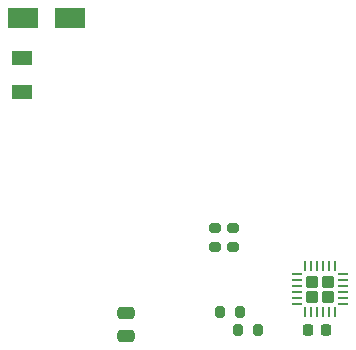
<source format=gbr>
%TF.GenerationSoftware,KiCad,Pcbnew,6.0.11+dfsg-1~bpo11+1*%
%TF.CreationDate,2024-03-27T18:48:50-04:00*%
%TF.ProjectId,WIP - Prototyping Module,57495020-2d20-4507-926f-746f74797069,0.0.0*%
%TF.SameCoordinates,Original*%
%TF.FileFunction,Paste,Top*%
%TF.FilePolarity,Positive*%
%FSLAX46Y46*%
G04 Gerber Fmt 4.6, Leading zero omitted, Abs format (unit mm)*
G04 Created by KiCad (PCBNEW 6.0.11+dfsg-1~bpo11+1) date 2024-03-27 18:48:50*
%MOMM*%
%LPD*%
G01*
G04 APERTURE LIST*
G04 Aperture macros list*
%AMRoundRect*
0 Rectangle with rounded corners*
0 $1 Rounding radius*
0 $2 $3 $4 $5 $6 $7 $8 $9 X,Y pos of 4 corners*
0 Add a 4 corners polygon primitive as box body*
4,1,4,$2,$3,$4,$5,$6,$7,$8,$9,$2,$3,0*
0 Add four circle primitives for the rounded corners*
1,1,$1+$1,$2,$3*
1,1,$1+$1,$4,$5*
1,1,$1+$1,$6,$7*
1,1,$1+$1,$8,$9*
0 Add four rect primitives between the rounded corners*
20,1,$1+$1,$2,$3,$4,$5,0*
20,1,$1+$1,$4,$5,$6,$7,0*
20,1,$1+$1,$6,$7,$8,$9,0*
20,1,$1+$1,$8,$9,$2,$3,0*%
G04 Aperture macros list end*
%ADD10RoundRect,0.250000X-0.475000X0.250000X-0.475000X-0.250000X0.475000X-0.250000X0.475000X0.250000X0*%
%ADD11RoundRect,0.200000X-0.200000X-0.275000X0.200000X-0.275000X0.200000X0.275000X-0.200000X0.275000X0*%
%ADD12RoundRect,0.225000X0.225000X0.250000X-0.225000X0.250000X-0.225000X-0.250000X0.225000X-0.250000X0*%
%ADD13R,1.730000X1.190000*%
%ADD14RoundRect,0.200000X-0.275000X0.200000X-0.275000X-0.200000X0.275000X-0.200000X0.275000X0.200000X0*%
%ADD15RoundRect,0.250000X0.275000X-0.275000X0.275000X0.275000X-0.275000X0.275000X-0.275000X-0.275000X0*%
%ADD16RoundRect,0.062500X0.062500X-0.350000X0.062500X0.350000X-0.062500X0.350000X-0.062500X-0.350000X0*%
%ADD17RoundRect,0.062500X0.350000X-0.062500X0.350000X0.062500X-0.350000X0.062500X-0.350000X-0.062500X0*%
%ADD18R,2.500000X1.800000*%
G04 APERTURE END LIST*
D10*
%TO.C,C2*%
X71000000Y-109050000D03*
X71000000Y-110950000D03*
%TD*%
D11*
%TO.C,R3*%
X78931000Y-108966000D03*
X80581000Y-108966000D03*
%TD*%
D12*
%TO.C,C1*%
X87897000Y-110490000D03*
X86347000Y-110490000D03*
%TD*%
D13*
%TO.C,F1*%
X62176000Y-90350000D03*
X62176000Y-87450000D03*
%TD*%
D14*
%TO.C,R1*%
X78486000Y-101791000D03*
X78486000Y-103441000D03*
%TD*%
D11*
%TO.C,R4*%
X80455000Y-110490000D03*
X82105000Y-110490000D03*
%TD*%
D15*
%TO.C,U1*%
X86726000Y-107660000D03*
X86726000Y-106360000D03*
X88026000Y-107660000D03*
X88026000Y-106360000D03*
D16*
X86126000Y-108947500D03*
X86626000Y-108947500D03*
X87126000Y-108947500D03*
X87626000Y-108947500D03*
X88126000Y-108947500D03*
X88626000Y-108947500D03*
D17*
X89313500Y-108260000D03*
X89313500Y-107760000D03*
X89313500Y-107260000D03*
X89313500Y-106760000D03*
X89313500Y-106260000D03*
X89313500Y-105760000D03*
D16*
X88626000Y-105072500D03*
X88126000Y-105072500D03*
X87626000Y-105072500D03*
X87126000Y-105072500D03*
X86626000Y-105072500D03*
X86126000Y-105072500D03*
D17*
X85438500Y-105760000D03*
X85438500Y-106260000D03*
X85438500Y-106760000D03*
X85438500Y-107260000D03*
X85438500Y-107760000D03*
X85438500Y-108260000D03*
%TD*%
D14*
%TO.C,R2*%
X80010000Y-101791000D03*
X80010000Y-103441000D03*
%TD*%
D18*
%TO.C,D1*%
X66262000Y-84074000D03*
X62262000Y-84074000D03*
%TD*%
M02*

</source>
